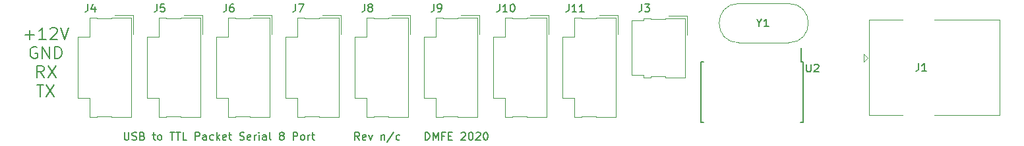
<source format=gbr>
G04 #@! TF.GenerationSoftware,KiCad,Pcbnew,(5.99.0-823-ga085f82be)*
G04 #@! TF.CreationDate,2020-04-11T14:47:26-07:00*
G04 #@! TF.ProjectId,USBtoTTL_Serial,55534274-6f54-4544-9c5f-53657269616c,n/c*
G04 #@! TF.SameCoordinates,Original*
G04 #@! TF.FileFunction,Legend,Top*
G04 #@! TF.FilePolarity,Positive*
%FSLAX46Y46*%
G04 Gerber Fmt 4.6, Leading zero omitted, Abs format (unit mm)*
G04 Created by KiCad (PCBNEW (5.99.0-823-ga085f82be)) date 2020-04-11 14:47:26*
%MOMM*%
%LPD*%
G04 APERTURE LIST*
%ADD10C,0.150000*%
%ADD11C,0.120000*%
%ADD12C,1.740000*%
%ADD13R,1.700000X1.700000*%
%ADD14C,1.700000*%
%ADD15C,3.500000*%
%ADD16R,0.600000X1.950000*%
%ADD17C,1.500000*%
%ADD18C,3.200000*%
G04 APERTURE END LIST*
D10*
X66529857Y-107553397D02*
X67691000Y-107553397D01*
X67110428Y-108133968D02*
X67110428Y-106972825D01*
X69215000Y-108133968D02*
X68344142Y-108133968D01*
X68779571Y-108133968D02*
X68779571Y-106609968D01*
X68634428Y-106827682D01*
X68489285Y-106972825D01*
X68344142Y-107045397D01*
X69795571Y-106755111D02*
X69868142Y-106682540D01*
X70013285Y-106609968D01*
X70376142Y-106609968D01*
X70521285Y-106682540D01*
X70593857Y-106755111D01*
X70666428Y-106900254D01*
X70666428Y-107045397D01*
X70593857Y-107263111D01*
X69723000Y-108133968D01*
X70666428Y-108133968D01*
X71101857Y-106609968D02*
X71609857Y-108133968D01*
X72117857Y-106609968D01*
X68053857Y-109136180D02*
X67908714Y-109063608D01*
X67691000Y-109063608D01*
X67473285Y-109136180D01*
X67328142Y-109281322D01*
X67255571Y-109426465D01*
X67183000Y-109716751D01*
X67183000Y-109934465D01*
X67255571Y-110224751D01*
X67328142Y-110369894D01*
X67473285Y-110515037D01*
X67691000Y-110587608D01*
X67836142Y-110587608D01*
X68053857Y-110515037D01*
X68126428Y-110442465D01*
X68126428Y-109934465D01*
X67836142Y-109934465D01*
X68779571Y-110587608D02*
X68779571Y-109063608D01*
X69650428Y-110587608D01*
X69650428Y-109063608D01*
X70376142Y-110587608D02*
X70376142Y-109063608D01*
X70739000Y-109063608D01*
X70956714Y-109136180D01*
X71101857Y-109281322D01*
X71174428Y-109426465D01*
X71247000Y-109716751D01*
X71247000Y-109934465D01*
X71174428Y-110224751D01*
X71101857Y-110369894D01*
X70956714Y-110515037D01*
X70739000Y-110587608D01*
X70376142Y-110587608D01*
X68961000Y-113041248D02*
X68453000Y-112315534D01*
X68090142Y-113041248D02*
X68090142Y-111517248D01*
X68670714Y-111517248D01*
X68815857Y-111589820D01*
X68888428Y-111662391D01*
X68961000Y-111807534D01*
X68961000Y-112025248D01*
X68888428Y-112170391D01*
X68815857Y-112242962D01*
X68670714Y-112315534D01*
X68090142Y-112315534D01*
X69469000Y-111517248D02*
X70485000Y-113041248D01*
X70485000Y-111517248D02*
X69469000Y-113041248D01*
X68053857Y-113970888D02*
X68924714Y-113970888D01*
X68489285Y-115494888D02*
X68489285Y-113970888D01*
X69287571Y-113970888D02*
X70303571Y-115494888D01*
X70303571Y-113970888D02*
X69287571Y-115494888D01*
X109474285Y-121102380D02*
X109140952Y-120626190D01*
X108902857Y-121102380D02*
X108902857Y-120102380D01*
X109283809Y-120102380D01*
X109379047Y-120150000D01*
X109426666Y-120197619D01*
X109474285Y-120292857D01*
X109474285Y-120435714D01*
X109426666Y-120530952D01*
X109379047Y-120578571D01*
X109283809Y-120626190D01*
X108902857Y-120626190D01*
X110283809Y-121054761D02*
X110188571Y-121102380D01*
X109998095Y-121102380D01*
X109902857Y-121054761D01*
X109855238Y-120959523D01*
X109855238Y-120578571D01*
X109902857Y-120483333D01*
X109998095Y-120435714D01*
X110188571Y-120435714D01*
X110283809Y-120483333D01*
X110331428Y-120578571D01*
X110331428Y-120673809D01*
X109855238Y-120769047D01*
X110664761Y-120435714D02*
X110902857Y-121102380D01*
X111140952Y-120435714D01*
X112283809Y-120435714D02*
X112283809Y-121102380D01*
X112283809Y-120530952D02*
X112331428Y-120483333D01*
X112426666Y-120435714D01*
X112569523Y-120435714D01*
X112664761Y-120483333D01*
X112712380Y-120578571D01*
X112712380Y-121102380D01*
X113902857Y-120054761D02*
X113045714Y-121340476D01*
X114664761Y-121054761D02*
X114569523Y-121102380D01*
X114379047Y-121102380D01*
X114283809Y-121054761D01*
X114236190Y-121007142D01*
X114188571Y-120911904D01*
X114188571Y-120626190D01*
X114236190Y-120530952D01*
X114283809Y-120483333D01*
X114379047Y-120435714D01*
X114569523Y-120435714D01*
X114664761Y-120483333D01*
X79297142Y-120102380D02*
X79297142Y-120911904D01*
X79344761Y-121007142D01*
X79392380Y-121054761D01*
X79487619Y-121102380D01*
X79678095Y-121102380D01*
X79773333Y-121054761D01*
X79820952Y-121007142D01*
X79868571Y-120911904D01*
X79868571Y-120102380D01*
X80297142Y-121054761D02*
X80440000Y-121102380D01*
X80678095Y-121102380D01*
X80773333Y-121054761D01*
X80820952Y-121007142D01*
X80868571Y-120911904D01*
X80868571Y-120816666D01*
X80820952Y-120721428D01*
X80773333Y-120673809D01*
X80678095Y-120626190D01*
X80487619Y-120578571D01*
X80392380Y-120530952D01*
X80344761Y-120483333D01*
X80297142Y-120388095D01*
X80297142Y-120292857D01*
X80344761Y-120197619D01*
X80392380Y-120150000D01*
X80487619Y-120102380D01*
X80725714Y-120102380D01*
X80868571Y-120150000D01*
X81630476Y-120578571D02*
X81773333Y-120626190D01*
X81820952Y-120673809D01*
X81868571Y-120769047D01*
X81868571Y-120911904D01*
X81820952Y-121007142D01*
X81773333Y-121054761D01*
X81678095Y-121102380D01*
X81297142Y-121102380D01*
X81297142Y-120102380D01*
X81630476Y-120102380D01*
X81725714Y-120150000D01*
X81773333Y-120197619D01*
X81820952Y-120292857D01*
X81820952Y-120388095D01*
X81773333Y-120483333D01*
X81725714Y-120530952D01*
X81630476Y-120578571D01*
X81297142Y-120578571D01*
X82916190Y-120435714D02*
X83297142Y-120435714D01*
X83059047Y-120102380D02*
X83059047Y-120959523D01*
X83106666Y-121054761D01*
X83201904Y-121102380D01*
X83297142Y-121102380D01*
X83773333Y-121102380D02*
X83678095Y-121054761D01*
X83630476Y-121007142D01*
X83582857Y-120911904D01*
X83582857Y-120626190D01*
X83630476Y-120530952D01*
X83678095Y-120483333D01*
X83773333Y-120435714D01*
X83916190Y-120435714D01*
X84011428Y-120483333D01*
X84059047Y-120530952D01*
X84106666Y-120626190D01*
X84106666Y-120911904D01*
X84059047Y-121007142D01*
X84011428Y-121054761D01*
X83916190Y-121102380D01*
X83773333Y-121102380D01*
X85154285Y-120102380D02*
X85725714Y-120102380D01*
X85439999Y-121102380D02*
X85439999Y-120102380D01*
X85916190Y-120102380D02*
X86487619Y-120102380D01*
X86201904Y-121102380D02*
X86201904Y-120102380D01*
X87297142Y-121102380D02*
X86820952Y-121102380D01*
X86820952Y-120102380D01*
X88392380Y-121102380D02*
X88392380Y-120102380D01*
X88773333Y-120102380D01*
X88868571Y-120150000D01*
X88916190Y-120197619D01*
X88963809Y-120292857D01*
X88963809Y-120435714D01*
X88916190Y-120530952D01*
X88868571Y-120578571D01*
X88773333Y-120626190D01*
X88392380Y-120626190D01*
X89820952Y-121102380D02*
X89820952Y-120578571D01*
X89773333Y-120483333D01*
X89678095Y-120435714D01*
X89487619Y-120435714D01*
X89392380Y-120483333D01*
X89820952Y-121054761D02*
X89725714Y-121102380D01*
X89487619Y-121102380D01*
X89392380Y-121054761D01*
X89344761Y-120959523D01*
X89344761Y-120864285D01*
X89392380Y-120769047D01*
X89487619Y-120721428D01*
X89725714Y-120721428D01*
X89820952Y-120673809D01*
X90725714Y-121054761D02*
X90630476Y-121102380D01*
X90440000Y-121102380D01*
X90344761Y-121054761D01*
X90297142Y-121007142D01*
X90249523Y-120911904D01*
X90249523Y-120626190D01*
X90297142Y-120530952D01*
X90344761Y-120483333D01*
X90440000Y-120435714D01*
X90630476Y-120435714D01*
X90725714Y-120483333D01*
X91154285Y-121102380D02*
X91154285Y-120102380D01*
X91249523Y-120721428D02*
X91535238Y-121102380D01*
X91535238Y-120435714D02*
X91154285Y-120816666D01*
X92344761Y-121054761D02*
X92249523Y-121102380D01*
X92059047Y-121102380D01*
X91963809Y-121054761D01*
X91916190Y-120959523D01*
X91916190Y-120578571D01*
X91963809Y-120483333D01*
X92059047Y-120435714D01*
X92249523Y-120435714D01*
X92344761Y-120483333D01*
X92392380Y-120578571D01*
X92392380Y-120673809D01*
X91916190Y-120769047D01*
X92678095Y-120435714D02*
X93059047Y-120435714D01*
X92820952Y-120102380D02*
X92820952Y-120959523D01*
X92868571Y-121054761D01*
X92963809Y-121102380D01*
X93059047Y-121102380D01*
X94106666Y-121054761D02*
X94249523Y-121102380D01*
X94487619Y-121102380D01*
X94582857Y-121054761D01*
X94630476Y-121007142D01*
X94678095Y-120911904D01*
X94678095Y-120816666D01*
X94630476Y-120721428D01*
X94582857Y-120673809D01*
X94487619Y-120626190D01*
X94297142Y-120578571D01*
X94201904Y-120530952D01*
X94154285Y-120483333D01*
X94106666Y-120388095D01*
X94106666Y-120292857D01*
X94154285Y-120197619D01*
X94201904Y-120150000D01*
X94297142Y-120102380D01*
X94535238Y-120102380D01*
X94678095Y-120150000D01*
X95487619Y-121054761D02*
X95392380Y-121102380D01*
X95201904Y-121102380D01*
X95106666Y-121054761D01*
X95059047Y-120959523D01*
X95059047Y-120578571D01*
X95106666Y-120483333D01*
X95201904Y-120435714D01*
X95392380Y-120435714D01*
X95487619Y-120483333D01*
X95535238Y-120578571D01*
X95535238Y-120673809D01*
X95059047Y-120769047D01*
X95963809Y-121102380D02*
X95963809Y-120435714D01*
X95963809Y-120626190D02*
X96011428Y-120530952D01*
X96059047Y-120483333D01*
X96154285Y-120435714D01*
X96249523Y-120435714D01*
X96582857Y-121102380D02*
X96582857Y-120435714D01*
X96582857Y-120102380D02*
X96535238Y-120150000D01*
X96582857Y-120197619D01*
X96630476Y-120150000D01*
X96582857Y-120102380D01*
X96582857Y-120197619D01*
X97487619Y-121102380D02*
X97487619Y-120578571D01*
X97439999Y-120483333D01*
X97344761Y-120435714D01*
X97154285Y-120435714D01*
X97059047Y-120483333D01*
X97487619Y-121054761D02*
X97392380Y-121102380D01*
X97154285Y-121102380D01*
X97059047Y-121054761D01*
X97011428Y-120959523D01*
X97011428Y-120864285D01*
X97059047Y-120769047D01*
X97154285Y-120721428D01*
X97392380Y-120721428D01*
X97487619Y-120673809D01*
X98106666Y-121102380D02*
X98011428Y-121054761D01*
X97963809Y-120959523D01*
X97963809Y-120102380D01*
X99392380Y-120530952D02*
X99297142Y-120483333D01*
X99249523Y-120435714D01*
X99201904Y-120340476D01*
X99201904Y-120292857D01*
X99249523Y-120197619D01*
X99297142Y-120150000D01*
X99392380Y-120102380D01*
X99582857Y-120102380D01*
X99678095Y-120150000D01*
X99725714Y-120197619D01*
X99773333Y-120292857D01*
X99773333Y-120340476D01*
X99725714Y-120435714D01*
X99678095Y-120483333D01*
X99582857Y-120530952D01*
X99392380Y-120530952D01*
X99297142Y-120578571D01*
X99249523Y-120626190D01*
X99201904Y-120721428D01*
X99201904Y-120911904D01*
X99249523Y-121007142D01*
X99297142Y-121054761D01*
X99392380Y-121102380D01*
X99582857Y-121102380D01*
X99678095Y-121054761D01*
X99725714Y-121007142D01*
X99773333Y-120911904D01*
X99773333Y-120721428D01*
X99725714Y-120626190D01*
X99678095Y-120578571D01*
X99582857Y-120530952D01*
X100963809Y-121102380D02*
X100963809Y-120102380D01*
X101344761Y-120102380D01*
X101439999Y-120150000D01*
X101487619Y-120197619D01*
X101535238Y-120292857D01*
X101535238Y-120435714D01*
X101487619Y-120530952D01*
X101439999Y-120578571D01*
X101344761Y-120626190D01*
X100963809Y-120626190D01*
X102106666Y-121102380D02*
X102011428Y-121054761D01*
X101963809Y-121007142D01*
X101916190Y-120911904D01*
X101916190Y-120626190D01*
X101963809Y-120530952D01*
X102011428Y-120483333D01*
X102106666Y-120435714D01*
X102249523Y-120435714D01*
X102344761Y-120483333D01*
X102392380Y-120530952D01*
X102439999Y-120626190D01*
X102439999Y-120911904D01*
X102392380Y-121007142D01*
X102344761Y-121054761D01*
X102249523Y-121102380D01*
X102106666Y-121102380D01*
X102868571Y-121102380D02*
X102868571Y-120435714D01*
X102868571Y-120626190D02*
X102916190Y-120530952D01*
X102963809Y-120483333D01*
X103059047Y-120435714D01*
X103154285Y-120435714D01*
X103344761Y-120435714D02*
X103725714Y-120435714D01*
X103487619Y-120102380D02*
X103487619Y-120959523D01*
X103535238Y-121054761D01*
X103630476Y-121102380D01*
X103725714Y-121102380D01*
X117920000Y-121102380D02*
X117920000Y-120102380D01*
X118158095Y-120102380D01*
X118300952Y-120150000D01*
X118396190Y-120245238D01*
X118443809Y-120340476D01*
X118491428Y-120530952D01*
X118491428Y-120673809D01*
X118443809Y-120864285D01*
X118396190Y-120959523D01*
X118300952Y-121054761D01*
X118158095Y-121102380D01*
X117920000Y-121102380D01*
X118920000Y-121102380D02*
X118920000Y-120102380D01*
X119253333Y-120816666D01*
X119586666Y-120102380D01*
X119586666Y-121102380D01*
X120396190Y-120578571D02*
X120062857Y-120578571D01*
X120062857Y-121102380D02*
X120062857Y-120102380D01*
X120539047Y-120102380D01*
X120920000Y-120578571D02*
X121253333Y-120578571D01*
X121396190Y-121102380D02*
X120920000Y-121102380D01*
X120920000Y-120102380D01*
X121396190Y-120102380D01*
X122539047Y-120197619D02*
X122586666Y-120150000D01*
X122681904Y-120102380D01*
X122920000Y-120102380D01*
X123015238Y-120150000D01*
X123062857Y-120197619D01*
X123110476Y-120292857D01*
X123110476Y-120388095D01*
X123062857Y-120530952D01*
X122491428Y-121102380D01*
X123110476Y-121102380D01*
X123729523Y-120102380D02*
X123824761Y-120102380D01*
X123920000Y-120150000D01*
X123967619Y-120197619D01*
X124015238Y-120292857D01*
X124062857Y-120483333D01*
X124062857Y-120721428D01*
X124015238Y-120911904D01*
X123967619Y-121007142D01*
X123920000Y-121054761D01*
X123824761Y-121102380D01*
X123729523Y-121102380D01*
X123634285Y-121054761D01*
X123586666Y-121007142D01*
X123539047Y-120911904D01*
X123491428Y-120721428D01*
X123491428Y-120483333D01*
X123539047Y-120292857D01*
X123586666Y-120197619D01*
X123634285Y-120150000D01*
X123729523Y-120102380D01*
X124443809Y-120197619D02*
X124491428Y-120150000D01*
X124586666Y-120102380D01*
X124824761Y-120102380D01*
X124920000Y-120150000D01*
X124967619Y-120197619D01*
X125015238Y-120292857D01*
X125015238Y-120388095D01*
X124967619Y-120530952D01*
X124396190Y-121102380D01*
X125015238Y-121102380D01*
X125634285Y-120102380D02*
X125729523Y-120102380D01*
X125824761Y-120150000D01*
X125872380Y-120197619D01*
X125920000Y-120292857D01*
X125967619Y-120483333D01*
X125967619Y-120721428D01*
X125920000Y-120911904D01*
X125872380Y-121007142D01*
X125824761Y-121054761D01*
X125729523Y-121102380D01*
X125634285Y-121102380D01*
X125539047Y-121054761D01*
X125491428Y-121007142D01*
X125443809Y-120911904D01*
X125396190Y-120721428D01*
X125396190Y-120483333D01*
X125443809Y-120292857D01*
X125491428Y-120197619D01*
X125539047Y-120150000D01*
X125634285Y-120102380D01*
D11*
X142660000Y-105040000D02*
X142660000Y-107450000D01*
X140250000Y-105040000D02*
X142660000Y-105040000D01*
X142360000Y-118180000D02*
X142360000Y-105340000D01*
X139830000Y-118180000D02*
X142360000Y-118180000D01*
X139830000Y-118050000D02*
X139830000Y-118180000D01*
X138020000Y-118050000D02*
X139830000Y-118050000D01*
X138020000Y-118180000D02*
X138020000Y-118050000D01*
X137040000Y-118180000D02*
X138020000Y-118180000D01*
X137040000Y-115680000D02*
X137040000Y-118180000D01*
X135540000Y-115680000D02*
X137040000Y-115680000D01*
X135540000Y-107840000D02*
X135540000Y-115680000D01*
X137040000Y-107840000D02*
X135540000Y-107840000D01*
X137040000Y-105340000D02*
X137040000Y-107840000D01*
X138020000Y-105340000D02*
X137040000Y-105340000D01*
X138020000Y-105470000D02*
X138020000Y-105340000D01*
X139830000Y-105470000D02*
X138020000Y-105470000D01*
X139830000Y-105340000D02*
X139830000Y-105470000D01*
X142360000Y-105340000D02*
X139830000Y-105340000D01*
X133770000Y-105040000D02*
X133770000Y-107450000D01*
X131360000Y-105040000D02*
X133770000Y-105040000D01*
X133470000Y-118180000D02*
X133470000Y-105340000D01*
X130940000Y-118180000D02*
X133470000Y-118180000D01*
X130940000Y-118050000D02*
X130940000Y-118180000D01*
X129130000Y-118050000D02*
X130940000Y-118050000D01*
X129130000Y-118180000D02*
X129130000Y-118050000D01*
X128150000Y-118180000D02*
X129130000Y-118180000D01*
X128150000Y-115680000D02*
X128150000Y-118180000D01*
X126650000Y-115680000D02*
X128150000Y-115680000D01*
X126650000Y-107840000D02*
X126650000Y-115680000D01*
X128150000Y-107840000D02*
X126650000Y-107840000D01*
X128150000Y-105340000D02*
X128150000Y-107840000D01*
X129130000Y-105340000D02*
X128150000Y-105340000D01*
X129130000Y-105470000D02*
X129130000Y-105340000D01*
X130940000Y-105470000D02*
X129130000Y-105470000D01*
X130940000Y-105340000D02*
X130940000Y-105470000D01*
X133470000Y-105340000D02*
X130940000Y-105340000D01*
X124880000Y-105040000D02*
X124880000Y-107450000D01*
X122470000Y-105040000D02*
X124880000Y-105040000D01*
X124580000Y-118180000D02*
X124580000Y-105340000D01*
X122050000Y-118180000D02*
X124580000Y-118180000D01*
X122050000Y-118050000D02*
X122050000Y-118180000D01*
X120240000Y-118050000D02*
X122050000Y-118050000D01*
X120240000Y-118180000D02*
X120240000Y-118050000D01*
X119260000Y-118180000D02*
X120240000Y-118180000D01*
X119260000Y-115680000D02*
X119260000Y-118180000D01*
X117760000Y-115680000D02*
X119260000Y-115680000D01*
X117760000Y-107840000D02*
X117760000Y-115680000D01*
X119260000Y-107840000D02*
X117760000Y-107840000D01*
X119260000Y-105340000D02*
X119260000Y-107840000D01*
X120240000Y-105340000D02*
X119260000Y-105340000D01*
X120240000Y-105470000D02*
X120240000Y-105340000D01*
X122050000Y-105470000D02*
X120240000Y-105470000D01*
X122050000Y-105340000D02*
X122050000Y-105470000D01*
X124580000Y-105340000D02*
X122050000Y-105340000D01*
X115990000Y-105040000D02*
X115990000Y-107450000D01*
X113580000Y-105040000D02*
X115990000Y-105040000D01*
X115690000Y-118180000D02*
X115690000Y-105340000D01*
X113160000Y-118180000D02*
X115690000Y-118180000D01*
X113160000Y-118050000D02*
X113160000Y-118180000D01*
X111350000Y-118050000D02*
X113160000Y-118050000D01*
X111350000Y-118180000D02*
X111350000Y-118050000D01*
X110370000Y-118180000D02*
X111350000Y-118180000D01*
X110370000Y-115680000D02*
X110370000Y-118180000D01*
X108870000Y-115680000D02*
X110370000Y-115680000D01*
X108870000Y-107840000D02*
X108870000Y-115680000D01*
X110370000Y-107840000D02*
X108870000Y-107840000D01*
X110370000Y-105340000D02*
X110370000Y-107840000D01*
X111350000Y-105340000D02*
X110370000Y-105340000D01*
X111350000Y-105470000D02*
X111350000Y-105340000D01*
X113160000Y-105470000D02*
X111350000Y-105470000D01*
X113160000Y-105340000D02*
X113160000Y-105470000D01*
X115690000Y-105340000D02*
X113160000Y-105340000D01*
X107100000Y-105040000D02*
X107100000Y-107450000D01*
X104690000Y-105040000D02*
X107100000Y-105040000D01*
X106800000Y-118180000D02*
X106800000Y-105340000D01*
X104270000Y-118180000D02*
X106800000Y-118180000D01*
X104270000Y-118050000D02*
X104270000Y-118180000D01*
X102460000Y-118050000D02*
X104270000Y-118050000D01*
X102460000Y-118180000D02*
X102460000Y-118050000D01*
X101480000Y-118180000D02*
X102460000Y-118180000D01*
X101480000Y-115680000D02*
X101480000Y-118180000D01*
X99980000Y-115680000D02*
X101480000Y-115680000D01*
X99980000Y-107840000D02*
X99980000Y-115680000D01*
X101480000Y-107840000D02*
X99980000Y-107840000D01*
X101480000Y-105340000D02*
X101480000Y-107840000D01*
X102460000Y-105340000D02*
X101480000Y-105340000D01*
X102460000Y-105470000D02*
X102460000Y-105340000D01*
X104270000Y-105470000D02*
X102460000Y-105470000D01*
X104270000Y-105340000D02*
X104270000Y-105470000D01*
X106800000Y-105340000D02*
X104270000Y-105340000D01*
X98210000Y-105040000D02*
X98210000Y-107450000D01*
X95800000Y-105040000D02*
X98210000Y-105040000D01*
X97910000Y-118180000D02*
X97910000Y-105340000D01*
X95380000Y-118180000D02*
X97910000Y-118180000D01*
X95380000Y-118050000D02*
X95380000Y-118180000D01*
X93570000Y-118050000D02*
X95380000Y-118050000D01*
X93570000Y-118180000D02*
X93570000Y-118050000D01*
X92590000Y-118180000D02*
X93570000Y-118180000D01*
X92590000Y-115680000D02*
X92590000Y-118180000D01*
X91090000Y-115680000D02*
X92590000Y-115680000D01*
X91090000Y-107840000D02*
X91090000Y-115680000D01*
X92590000Y-107840000D02*
X91090000Y-107840000D01*
X92590000Y-105340000D02*
X92590000Y-107840000D01*
X93570000Y-105340000D02*
X92590000Y-105340000D01*
X93570000Y-105470000D02*
X93570000Y-105340000D01*
X95380000Y-105470000D02*
X93570000Y-105470000D01*
X95380000Y-105340000D02*
X95380000Y-105470000D01*
X97910000Y-105340000D02*
X95380000Y-105340000D01*
X89320000Y-105040000D02*
X89320000Y-107450000D01*
X86910000Y-105040000D02*
X89320000Y-105040000D01*
X89020000Y-118180000D02*
X89020000Y-105340000D01*
X86490000Y-118180000D02*
X89020000Y-118180000D01*
X86490000Y-118050000D02*
X86490000Y-118180000D01*
X84680000Y-118050000D02*
X86490000Y-118050000D01*
X84680000Y-118180000D02*
X84680000Y-118050000D01*
X83700000Y-118180000D02*
X84680000Y-118180000D01*
X83700000Y-115680000D02*
X83700000Y-118180000D01*
X82200000Y-115680000D02*
X83700000Y-115680000D01*
X82200000Y-107840000D02*
X82200000Y-115680000D01*
X83700000Y-107840000D02*
X82200000Y-107840000D01*
X83700000Y-105340000D02*
X83700000Y-107840000D01*
X84680000Y-105340000D02*
X83700000Y-105340000D01*
X84680000Y-105470000D02*
X84680000Y-105340000D01*
X86490000Y-105470000D02*
X84680000Y-105470000D01*
X86490000Y-105340000D02*
X86490000Y-105470000D01*
X89020000Y-105340000D02*
X86490000Y-105340000D01*
X80430000Y-105040000D02*
X80430000Y-107450000D01*
X78020000Y-105040000D02*
X80430000Y-105040000D01*
X80130000Y-118180000D02*
X80130000Y-105340000D01*
X77600000Y-118180000D02*
X80130000Y-118180000D01*
X77600000Y-118050000D02*
X77600000Y-118180000D01*
X75790000Y-118050000D02*
X77600000Y-118050000D01*
X75790000Y-118180000D02*
X75790000Y-118050000D01*
X74810000Y-118180000D02*
X75790000Y-118180000D01*
X74810000Y-115680000D02*
X74810000Y-118180000D01*
X73310000Y-115680000D02*
X74810000Y-115680000D01*
X73310000Y-107840000D02*
X73310000Y-115680000D01*
X74810000Y-107840000D02*
X73310000Y-107840000D01*
X74810000Y-105340000D02*
X74810000Y-107840000D01*
X75790000Y-105340000D02*
X74810000Y-105340000D01*
X75790000Y-105470000D02*
X75790000Y-105340000D01*
X77600000Y-105470000D02*
X75790000Y-105470000D01*
X77600000Y-105340000D02*
X77600000Y-105470000D01*
X80130000Y-105340000D02*
X77600000Y-105340000D01*
X151550000Y-105120000D02*
X151550000Y-107530000D01*
X149140000Y-105120000D02*
X151550000Y-105120000D01*
X151250000Y-113020000D02*
X151250000Y-105420000D01*
X148720000Y-113020000D02*
X151250000Y-113020000D01*
X148720000Y-112890000D02*
X148720000Y-113020000D01*
X146910000Y-112890000D02*
X148720000Y-112890000D01*
X146910000Y-113020000D02*
X146910000Y-112890000D01*
X145930000Y-113020000D02*
X146910000Y-113020000D01*
X145930000Y-112760000D02*
X145930000Y-113020000D01*
X144430000Y-112760000D02*
X145930000Y-112760000D01*
X144430000Y-105680000D02*
X144430000Y-112760000D01*
X145930000Y-105680000D02*
X144430000Y-105680000D01*
X145930000Y-105420000D02*
X145930000Y-105680000D01*
X146910000Y-105420000D02*
X145930000Y-105420000D01*
X146910000Y-105550000D02*
X146910000Y-105420000D01*
X148720000Y-105550000D02*
X146910000Y-105550000D01*
X148720000Y-105420000D02*
X148720000Y-105550000D01*
X151250000Y-105420000D02*
X148720000Y-105420000D01*
X179190000Y-105580000D02*
X174930000Y-105580000D01*
X174930000Y-105580000D02*
X174930000Y-117900000D01*
X174930000Y-117900000D02*
X179190000Y-117900000D01*
X183290000Y-105580000D02*
X191650000Y-105580000D01*
X191650000Y-105580000D02*
X191650000Y-117900000D01*
X191650000Y-117900000D02*
X183290000Y-117900000D01*
X174710000Y-110490000D02*
X174210000Y-109990000D01*
X174210000Y-109990000D02*
X174210000Y-110990000D01*
X174210000Y-110990000D02*
X174710000Y-110490000D01*
D10*
X166468000Y-111060000D02*
X166218000Y-111060000D01*
X166468000Y-118810000D02*
X166133000Y-118810000D01*
X153318000Y-118810000D02*
X153653000Y-118810000D01*
X153318000Y-111060000D02*
X153653000Y-111060000D01*
X166468000Y-111060000D02*
X166468000Y-118810000D01*
X153318000Y-111060000D02*
X153318000Y-118810000D01*
X166218000Y-111060000D02*
X166218000Y-109260000D01*
D11*
X164590000Y-108570000D02*
X158190000Y-108570000D01*
X164590000Y-103520000D02*
X158190000Y-103520000D01*
X164590000Y-103520000D02*
G75*
G02*
X164590000Y-108570000I0J-2525000D01*
G01*
X158190000Y-103520000D02*
G75*
G03*
X158190000Y-108570000I0J-2525000D01*
G01*
D10*
X136350476Y-103592380D02*
X136350476Y-104306666D01*
X136302857Y-104449523D01*
X136207619Y-104544761D01*
X136064761Y-104592380D01*
X135969523Y-104592380D01*
X137350476Y-104592380D02*
X136779047Y-104592380D01*
X137064761Y-104592380D02*
X137064761Y-103592380D01*
X136969523Y-103735238D01*
X136874285Y-103830476D01*
X136779047Y-103878095D01*
X138302857Y-104592380D02*
X137731428Y-104592380D01*
X138017142Y-104592380D02*
X138017142Y-103592380D01*
X137921904Y-103735238D01*
X137826666Y-103830476D01*
X137731428Y-103878095D01*
X127460476Y-103592380D02*
X127460476Y-104306666D01*
X127412857Y-104449523D01*
X127317619Y-104544761D01*
X127174761Y-104592380D01*
X127079523Y-104592380D01*
X128460476Y-104592380D02*
X127889047Y-104592380D01*
X128174761Y-104592380D02*
X128174761Y-103592380D01*
X128079523Y-103735238D01*
X127984285Y-103830476D01*
X127889047Y-103878095D01*
X129079523Y-103592380D02*
X129174761Y-103592380D01*
X129270000Y-103640000D01*
X129317619Y-103687619D01*
X129365238Y-103782857D01*
X129412857Y-103973333D01*
X129412857Y-104211428D01*
X129365238Y-104401904D01*
X129317619Y-104497142D01*
X129270000Y-104544761D01*
X129174761Y-104592380D01*
X129079523Y-104592380D01*
X128984285Y-104544761D01*
X128936666Y-104497142D01*
X128889047Y-104401904D01*
X128841428Y-104211428D01*
X128841428Y-103973333D01*
X128889047Y-103782857D01*
X128936666Y-103687619D01*
X128984285Y-103640000D01*
X129079523Y-103592380D01*
X119046666Y-103592380D02*
X119046666Y-104306666D01*
X118999047Y-104449523D01*
X118903809Y-104544761D01*
X118760952Y-104592380D01*
X118665714Y-104592380D01*
X119570476Y-104592380D02*
X119760952Y-104592380D01*
X119856190Y-104544761D01*
X119903809Y-104497142D01*
X119999047Y-104354285D01*
X120046666Y-104163809D01*
X120046666Y-103782857D01*
X119999047Y-103687619D01*
X119951428Y-103640000D01*
X119856190Y-103592380D01*
X119665714Y-103592380D01*
X119570476Y-103640000D01*
X119522857Y-103687619D01*
X119475238Y-103782857D01*
X119475238Y-104020952D01*
X119522857Y-104116190D01*
X119570476Y-104163809D01*
X119665714Y-104211428D01*
X119856190Y-104211428D01*
X119951428Y-104163809D01*
X119999047Y-104116190D01*
X120046666Y-104020952D01*
X110156666Y-103592380D02*
X110156666Y-104306666D01*
X110109047Y-104449523D01*
X110013809Y-104544761D01*
X109870952Y-104592380D01*
X109775714Y-104592380D01*
X110775714Y-104020952D02*
X110680476Y-103973333D01*
X110632857Y-103925714D01*
X110585238Y-103830476D01*
X110585238Y-103782857D01*
X110632857Y-103687619D01*
X110680476Y-103640000D01*
X110775714Y-103592380D01*
X110966190Y-103592380D01*
X111061428Y-103640000D01*
X111109047Y-103687619D01*
X111156666Y-103782857D01*
X111156666Y-103830476D01*
X111109047Y-103925714D01*
X111061428Y-103973333D01*
X110966190Y-104020952D01*
X110775714Y-104020952D01*
X110680476Y-104068571D01*
X110632857Y-104116190D01*
X110585238Y-104211428D01*
X110585238Y-104401904D01*
X110632857Y-104497142D01*
X110680476Y-104544761D01*
X110775714Y-104592380D01*
X110966190Y-104592380D01*
X111061428Y-104544761D01*
X111109047Y-104497142D01*
X111156666Y-104401904D01*
X111156666Y-104211428D01*
X111109047Y-104116190D01*
X111061428Y-104068571D01*
X110966190Y-104020952D01*
X101266666Y-103592380D02*
X101266666Y-104306666D01*
X101219047Y-104449523D01*
X101123809Y-104544761D01*
X100980952Y-104592380D01*
X100885714Y-104592380D01*
X101647619Y-103592380D02*
X102314285Y-103592380D01*
X101885714Y-104592380D01*
X92376666Y-103592380D02*
X92376666Y-104306666D01*
X92329047Y-104449523D01*
X92233809Y-104544761D01*
X92090952Y-104592380D01*
X91995714Y-104592380D01*
X93281428Y-103592380D02*
X93090952Y-103592380D01*
X92995714Y-103640000D01*
X92948095Y-103687619D01*
X92852857Y-103830476D01*
X92805238Y-104020952D01*
X92805238Y-104401904D01*
X92852857Y-104497142D01*
X92900476Y-104544761D01*
X92995714Y-104592380D01*
X93186190Y-104592380D01*
X93281428Y-104544761D01*
X93329047Y-104497142D01*
X93376666Y-104401904D01*
X93376666Y-104163809D01*
X93329047Y-104068571D01*
X93281428Y-104020952D01*
X93186190Y-103973333D01*
X92995714Y-103973333D01*
X92900476Y-104020952D01*
X92852857Y-104068571D01*
X92805238Y-104163809D01*
X83486666Y-103592380D02*
X83486666Y-104306666D01*
X83439047Y-104449523D01*
X83343809Y-104544761D01*
X83200952Y-104592380D01*
X83105714Y-104592380D01*
X84439047Y-103592380D02*
X83962857Y-103592380D01*
X83915238Y-104068571D01*
X83962857Y-104020952D01*
X84058095Y-103973333D01*
X84296190Y-103973333D01*
X84391428Y-104020952D01*
X84439047Y-104068571D01*
X84486666Y-104163809D01*
X84486666Y-104401904D01*
X84439047Y-104497142D01*
X84391428Y-104544761D01*
X84296190Y-104592380D01*
X84058095Y-104592380D01*
X83962857Y-104544761D01*
X83915238Y-104497142D01*
X74596666Y-103592380D02*
X74596666Y-104306666D01*
X74549047Y-104449523D01*
X74453809Y-104544761D01*
X74310952Y-104592380D01*
X74215714Y-104592380D01*
X75501428Y-103925714D02*
X75501428Y-104592380D01*
X75263333Y-103544761D02*
X75025238Y-104259047D01*
X75644285Y-104259047D01*
X145716666Y-103592380D02*
X145716666Y-104306666D01*
X145669047Y-104449523D01*
X145573809Y-104544761D01*
X145430952Y-104592380D01*
X145335714Y-104592380D01*
X146097619Y-103592380D02*
X146716666Y-103592380D01*
X146383333Y-103973333D01*
X146526190Y-103973333D01*
X146621428Y-104020952D01*
X146669047Y-104068571D01*
X146716666Y-104163809D01*
X146716666Y-104401904D01*
X146669047Y-104497142D01*
X146621428Y-104544761D01*
X146526190Y-104592380D01*
X146240476Y-104592380D01*
X146145238Y-104544761D01*
X146097619Y-104497142D01*
X181276666Y-111212380D02*
X181276666Y-111926666D01*
X181229047Y-112069523D01*
X181133809Y-112164761D01*
X180990952Y-112212380D01*
X180895714Y-112212380D01*
X182276666Y-112212380D02*
X181705238Y-112212380D01*
X181990952Y-112212380D02*
X181990952Y-111212380D01*
X181895714Y-111355238D01*
X181800476Y-111450476D01*
X181705238Y-111498095D01*
X166878095Y-111339380D02*
X166878095Y-112148904D01*
X166925714Y-112244142D01*
X166973333Y-112291761D01*
X167068571Y-112339380D01*
X167259047Y-112339380D01*
X167354285Y-112291761D01*
X167401904Y-112244142D01*
X167449523Y-112148904D01*
X167449523Y-111339380D01*
X167878095Y-111434619D02*
X167925714Y-111387000D01*
X168020952Y-111339380D01*
X168259047Y-111339380D01*
X168354285Y-111387000D01*
X168401904Y-111434619D01*
X168449523Y-111529857D01*
X168449523Y-111625095D01*
X168401904Y-111767952D01*
X167830476Y-112339380D01*
X168449523Y-112339380D01*
X160813809Y-106021190D02*
X160813809Y-106497380D01*
X160480476Y-105497380D02*
X160813809Y-106021190D01*
X161147142Y-105497380D01*
X162004285Y-106497380D02*
X161432857Y-106497380D01*
X161718571Y-106497380D02*
X161718571Y-105497380D01*
X161623333Y-105640238D01*
X161528095Y-105735476D01*
X161432857Y-105783095D01*
%LPC*%
D12*
X139700000Y-115570000D03*
X139700000Y-113030000D03*
X139700000Y-110490000D03*
G36*
X140415671Y-107099030D02*
G01*
X140496777Y-107153223D01*
X140550970Y-107234329D01*
X140570000Y-107329999D01*
X140570000Y-108570001D01*
X140550970Y-108665671D01*
X140496777Y-108746777D01*
X140415671Y-108800970D01*
X140320001Y-108820000D01*
X139079999Y-108820000D01*
X138984329Y-108800970D01*
X138903223Y-108746777D01*
X138849030Y-108665671D01*
X138830000Y-108570001D01*
X138830000Y-107329999D01*
X138849030Y-107234329D01*
X138903223Y-107153223D01*
X138984329Y-107099030D01*
X139079999Y-107080000D01*
X140320001Y-107080000D01*
X140415671Y-107099030D01*
G37*
X130810000Y-115570000D03*
X130810000Y-113030000D03*
X130810000Y-110490000D03*
G36*
X131525671Y-107099030D02*
G01*
X131606777Y-107153223D01*
X131660970Y-107234329D01*
X131680000Y-107329999D01*
X131680000Y-108570001D01*
X131660970Y-108665671D01*
X131606777Y-108746777D01*
X131525671Y-108800970D01*
X131430001Y-108820000D01*
X130189999Y-108820000D01*
X130094329Y-108800970D01*
X130013223Y-108746777D01*
X129959030Y-108665671D01*
X129940000Y-108570001D01*
X129940000Y-107329999D01*
X129959030Y-107234329D01*
X130013223Y-107153223D01*
X130094329Y-107099030D01*
X130189999Y-107080000D01*
X131430001Y-107080000D01*
X131525671Y-107099030D01*
G37*
X121920000Y-115570000D03*
X121920000Y-113030000D03*
X121920000Y-110490000D03*
G36*
X122635671Y-107099030D02*
G01*
X122716777Y-107153223D01*
X122770970Y-107234329D01*
X122790000Y-107329999D01*
X122790000Y-108570001D01*
X122770970Y-108665671D01*
X122716777Y-108746777D01*
X122635671Y-108800970D01*
X122540001Y-108820000D01*
X121299999Y-108820000D01*
X121204329Y-108800970D01*
X121123223Y-108746777D01*
X121069030Y-108665671D01*
X121050000Y-108570001D01*
X121050000Y-107329999D01*
X121069030Y-107234329D01*
X121123223Y-107153223D01*
X121204329Y-107099030D01*
X121299999Y-107080000D01*
X122540001Y-107080000D01*
X122635671Y-107099030D01*
G37*
X113030000Y-115570000D03*
X113030000Y-113030000D03*
X113030000Y-110490000D03*
G36*
X113745671Y-107099030D02*
G01*
X113826777Y-107153223D01*
X113880970Y-107234329D01*
X113900000Y-107329999D01*
X113900000Y-108570001D01*
X113880970Y-108665671D01*
X113826777Y-108746777D01*
X113745671Y-108800970D01*
X113650001Y-108820000D01*
X112409999Y-108820000D01*
X112314329Y-108800970D01*
X112233223Y-108746777D01*
X112179030Y-108665671D01*
X112160000Y-108570001D01*
X112160000Y-107329999D01*
X112179030Y-107234329D01*
X112233223Y-107153223D01*
X112314329Y-107099030D01*
X112409999Y-107080000D01*
X113650001Y-107080000D01*
X113745671Y-107099030D01*
G37*
X104140000Y-115570000D03*
X104140000Y-113030000D03*
X104140000Y-110490000D03*
G36*
X104855671Y-107099030D02*
G01*
X104936777Y-107153223D01*
X104990970Y-107234329D01*
X105010000Y-107329999D01*
X105010000Y-108570001D01*
X104990970Y-108665671D01*
X104936777Y-108746777D01*
X104855671Y-108800970D01*
X104760001Y-108820000D01*
X103519999Y-108820000D01*
X103424329Y-108800970D01*
X103343223Y-108746777D01*
X103289030Y-108665671D01*
X103270000Y-108570001D01*
X103270000Y-107329999D01*
X103289030Y-107234329D01*
X103343223Y-107153223D01*
X103424329Y-107099030D01*
X103519999Y-107080000D01*
X104760001Y-107080000D01*
X104855671Y-107099030D01*
G37*
X95250000Y-115570000D03*
X95250000Y-113030000D03*
X95250000Y-110490000D03*
G36*
X95965671Y-107099030D02*
G01*
X96046777Y-107153223D01*
X96100970Y-107234329D01*
X96120000Y-107329999D01*
X96120000Y-108570001D01*
X96100970Y-108665671D01*
X96046777Y-108746777D01*
X95965671Y-108800970D01*
X95870001Y-108820000D01*
X94629999Y-108820000D01*
X94534329Y-108800970D01*
X94453223Y-108746777D01*
X94399030Y-108665671D01*
X94380000Y-108570001D01*
X94380000Y-107329999D01*
X94399030Y-107234329D01*
X94453223Y-107153223D01*
X94534329Y-107099030D01*
X94629999Y-107080000D01*
X95870001Y-107080000D01*
X95965671Y-107099030D01*
G37*
X86360000Y-115570000D03*
X86360000Y-113030000D03*
X86360000Y-110490000D03*
G36*
X87075671Y-107099030D02*
G01*
X87156777Y-107153223D01*
X87210970Y-107234329D01*
X87230000Y-107329999D01*
X87230000Y-108570001D01*
X87210970Y-108665671D01*
X87156777Y-108746777D01*
X87075671Y-108800970D01*
X86980001Y-108820000D01*
X85739999Y-108820000D01*
X85644329Y-108800970D01*
X85563223Y-108746777D01*
X85509030Y-108665671D01*
X85490000Y-108570001D01*
X85490000Y-107329999D01*
X85509030Y-107234329D01*
X85563223Y-107153223D01*
X85644329Y-107099030D01*
X85739999Y-107080000D01*
X86980001Y-107080000D01*
X87075671Y-107099030D01*
G37*
X77470000Y-115570000D03*
X77470000Y-113030000D03*
X77470000Y-110490000D03*
G36*
X78185671Y-107099030D02*
G01*
X78266777Y-107153223D01*
X78320970Y-107234329D01*
X78340000Y-107329999D01*
X78340000Y-108570001D01*
X78320970Y-108665671D01*
X78266777Y-108746777D01*
X78185671Y-108800970D01*
X78090001Y-108820000D01*
X76849999Y-108820000D01*
X76754329Y-108800970D01*
X76673223Y-108746777D01*
X76619030Y-108665671D01*
X76600000Y-108570001D01*
X76600000Y-107329999D01*
X76619030Y-107234329D01*
X76673223Y-107153223D01*
X76754329Y-107099030D01*
X76849999Y-107080000D01*
X78090001Y-107080000D01*
X78185671Y-107099030D01*
G37*
X148590000Y-110490000D03*
G36*
X149305671Y-107099030D02*
G01*
X149386777Y-107153223D01*
X149440970Y-107234329D01*
X149460000Y-107329999D01*
X149460000Y-108570001D01*
X149440970Y-108665671D01*
X149386777Y-108746777D01*
X149305671Y-108800970D01*
X149210001Y-108820000D01*
X147969999Y-108820000D01*
X147874329Y-108800970D01*
X147793223Y-108746777D01*
X147739030Y-108665671D01*
X147720000Y-108570001D01*
X147720000Y-107329999D01*
X147739030Y-107234329D01*
X147793223Y-107153223D01*
X147874329Y-107099030D01*
X147969999Y-107080000D01*
X149210001Y-107080000D01*
X149305671Y-107099030D01*
G37*
D13*
X176530000Y-110490000D03*
D14*
X176530000Y-112990000D03*
X178530000Y-112990000D03*
X178530000Y-110490000D03*
D15*
X181240000Y-105720000D03*
X181240000Y-117760000D03*
D16*
X165608000Y-110235000D03*
X164338000Y-110235000D03*
X163068000Y-110235000D03*
X161798000Y-110235000D03*
X160528000Y-110235000D03*
X159258000Y-110235000D03*
X157988000Y-110235000D03*
X156718000Y-110235000D03*
X155448000Y-110235000D03*
X154178000Y-110235000D03*
X154178000Y-119635000D03*
X155448000Y-119635000D03*
X156718000Y-119635000D03*
X157988000Y-119635000D03*
X159258000Y-119635000D03*
X160528000Y-119635000D03*
X161798000Y-119635000D03*
X163068000Y-119635000D03*
X164338000Y-119635000D03*
X165608000Y-119635000D03*
D17*
X163830000Y-106045000D03*
X158950000Y-106045000D03*
D18*
X68580000Y-118110000D03*
X147320000Y-118110000D03*
M02*

</source>
